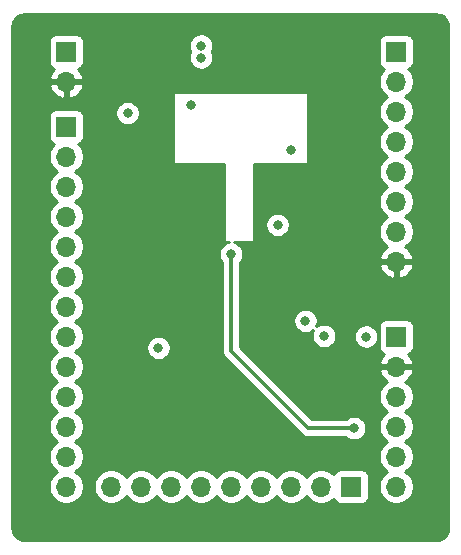
<source format=gbr>
G04 #@! TF.GenerationSoftware,KiCad,Pcbnew,(5.1.10-1-10_14)*
G04 #@! TF.CreationDate,2021-12-12T21:17:35+11:00*
G04 #@! TF.ProjectId,STM32L1_Breakout,53544d33-324c-4315-9f42-7265616b6f75,rev?*
G04 #@! TF.SameCoordinates,Original*
G04 #@! TF.FileFunction,Copper,L4,Bot*
G04 #@! TF.FilePolarity,Positive*
%FSLAX46Y46*%
G04 Gerber Fmt 4.6, Leading zero omitted, Abs format (unit mm)*
G04 Created by KiCad (PCBNEW (5.1.10-1-10_14)) date 2021-12-12 21:17:35*
%MOMM*%
%LPD*%
G01*
G04 APERTURE LIST*
G04 #@! TA.AperFunction,ComponentPad*
%ADD10O,1.700000X1.700000*%
G04 #@! TD*
G04 #@! TA.AperFunction,ComponentPad*
%ADD11R,1.700000X1.700000*%
G04 #@! TD*
G04 #@! TA.AperFunction,ViaPad*
%ADD12C,0.800000*%
G04 #@! TD*
G04 #@! TA.AperFunction,Conductor*
%ADD13C,0.300000*%
G04 #@! TD*
G04 #@! TA.AperFunction,Conductor*
%ADD14C,0.254000*%
G04 #@! TD*
G04 #@! TA.AperFunction,Conductor*
%ADD15C,0.100000*%
G04 #@! TD*
G04 APERTURE END LIST*
D10*
X105410000Y-66040000D03*
X105410000Y-63500000D03*
X105410000Y-60960000D03*
X105410000Y-58420000D03*
X105410000Y-55880000D03*
X105410000Y-53340000D03*
X105410000Y-50800000D03*
D11*
X105410000Y-48260000D03*
D10*
X105410000Y-85090000D03*
X105410000Y-82550000D03*
X105410000Y-80010000D03*
X105410000Y-77470000D03*
X105410000Y-74930000D03*
D11*
X105410000Y-72390000D03*
D10*
X77470000Y-85090000D03*
X77470000Y-82550000D03*
X77470000Y-80010000D03*
X77470000Y-77470000D03*
X77470000Y-74930000D03*
X77470000Y-72390000D03*
X77470000Y-69850000D03*
X77470000Y-67310000D03*
X77470000Y-64770000D03*
X77470000Y-62230000D03*
X77470000Y-59690000D03*
X77470000Y-57150000D03*
D11*
X77470000Y-54610000D03*
D10*
X81280000Y-85090000D03*
X83820000Y-85090000D03*
X86360000Y-85090000D03*
X88900000Y-85090000D03*
X91440000Y-85090000D03*
X93980000Y-85090000D03*
X96520000Y-85090000D03*
X99060000Y-85090000D03*
D11*
X101600000Y-85090000D03*
D10*
X77470000Y-50800000D03*
D11*
X77470000Y-48260000D03*
D12*
X91440000Y-65405000D03*
X94488000Y-74295000D03*
X95885000Y-75692000D03*
X99314000Y-72326500D03*
X97726500Y-71056500D03*
X85280500Y-73342500D03*
X95377000Y-62928500D03*
X88900000Y-47752000D03*
X88900000Y-48768000D03*
X82677000Y-53467000D03*
X102870000Y-72390000D03*
X89916000Y-65024000D03*
X84074000Y-72136000D03*
X98704400Y-62128400D03*
X98653600Y-61163200D03*
X88011000Y-52781200D03*
X96520000Y-56591200D03*
X80137000Y-50038000D03*
X80137000Y-51562000D03*
X81661000Y-59309000D03*
X81280000Y-57277000D03*
X98552000Y-81534000D03*
X102870000Y-74930000D03*
X100838000Y-52451000D03*
X104140000Y-68834000D03*
X106680000Y-68834000D03*
X84328000Y-75692000D03*
X87376000Y-75692000D03*
X84328000Y-78740000D03*
X101092000Y-77724000D03*
X98044000Y-77724000D03*
X101600000Y-70104000D03*
X93980000Y-58420000D03*
X89916000Y-58420000D03*
X92964000Y-48260000D03*
X92964000Y-50292000D03*
X96520000Y-50292000D03*
X96520000Y-48260000D03*
X84836000Y-50800000D03*
X89916000Y-67818000D03*
X82296000Y-82042000D03*
X100584000Y-48260000D03*
X78740000Y-87376000D03*
X103886000Y-87376000D03*
X100584000Y-46164500D03*
X96520000Y-46164500D03*
X92964000Y-46164500D03*
X75946000Y-87376000D03*
X106997500Y-87376000D03*
X101854000Y-80137000D03*
D13*
X91440000Y-73609200D02*
X97967800Y-80137000D01*
X97967800Y-80137000D02*
X101854000Y-80137000D01*
X91440000Y-65405000D02*
X91440000Y-73609200D01*
D14*
X109030872Y-45131978D02*
X109215435Y-45187701D01*
X109385660Y-45278212D01*
X109535061Y-45400060D01*
X109657953Y-45548611D01*
X109749650Y-45718202D01*
X109806660Y-45902372D01*
X109830000Y-46124439D01*
X109830001Y-88613711D01*
X109808022Y-88837873D01*
X109752300Y-89022434D01*
X109661788Y-89192661D01*
X109539942Y-89342059D01*
X109391388Y-89464953D01*
X109221800Y-89556649D01*
X109037632Y-89613659D01*
X108815560Y-89637000D01*
X73946279Y-89637000D01*
X73722127Y-89615022D01*
X73537566Y-89559300D01*
X73367339Y-89468788D01*
X73217941Y-89346942D01*
X73095047Y-89198388D01*
X73003351Y-89028800D01*
X72946341Y-88844632D01*
X72923000Y-88622560D01*
X72923000Y-53760000D01*
X75981928Y-53760000D01*
X75981928Y-55460000D01*
X75994188Y-55584482D01*
X76030498Y-55704180D01*
X76089463Y-55814494D01*
X76168815Y-55911185D01*
X76265506Y-55990537D01*
X76375820Y-56049502D01*
X76448380Y-56071513D01*
X76316525Y-56203368D01*
X76154010Y-56446589D01*
X76042068Y-56716842D01*
X75985000Y-57003740D01*
X75985000Y-57296260D01*
X76042068Y-57583158D01*
X76154010Y-57853411D01*
X76316525Y-58096632D01*
X76523368Y-58303475D01*
X76697760Y-58420000D01*
X76523368Y-58536525D01*
X76316525Y-58743368D01*
X76154010Y-58986589D01*
X76042068Y-59256842D01*
X75985000Y-59543740D01*
X75985000Y-59836260D01*
X76042068Y-60123158D01*
X76154010Y-60393411D01*
X76316525Y-60636632D01*
X76523368Y-60843475D01*
X76697760Y-60960000D01*
X76523368Y-61076525D01*
X76316525Y-61283368D01*
X76154010Y-61526589D01*
X76042068Y-61796842D01*
X75985000Y-62083740D01*
X75985000Y-62376260D01*
X76042068Y-62663158D01*
X76154010Y-62933411D01*
X76316525Y-63176632D01*
X76523368Y-63383475D01*
X76697760Y-63500000D01*
X76523368Y-63616525D01*
X76316525Y-63823368D01*
X76154010Y-64066589D01*
X76042068Y-64336842D01*
X75985000Y-64623740D01*
X75985000Y-64916260D01*
X76042068Y-65203158D01*
X76154010Y-65473411D01*
X76316525Y-65716632D01*
X76523368Y-65923475D01*
X76697760Y-66040000D01*
X76523368Y-66156525D01*
X76316525Y-66363368D01*
X76154010Y-66606589D01*
X76042068Y-66876842D01*
X75985000Y-67163740D01*
X75985000Y-67456260D01*
X76042068Y-67743158D01*
X76154010Y-68013411D01*
X76316525Y-68256632D01*
X76523368Y-68463475D01*
X76697760Y-68580000D01*
X76523368Y-68696525D01*
X76316525Y-68903368D01*
X76154010Y-69146589D01*
X76042068Y-69416842D01*
X75985000Y-69703740D01*
X75985000Y-69996260D01*
X76042068Y-70283158D01*
X76154010Y-70553411D01*
X76316525Y-70796632D01*
X76523368Y-71003475D01*
X76697760Y-71120000D01*
X76523368Y-71236525D01*
X76316525Y-71443368D01*
X76154010Y-71686589D01*
X76042068Y-71956842D01*
X75985000Y-72243740D01*
X75985000Y-72536260D01*
X76042068Y-72823158D01*
X76154010Y-73093411D01*
X76316525Y-73336632D01*
X76523368Y-73543475D01*
X76697760Y-73660000D01*
X76523368Y-73776525D01*
X76316525Y-73983368D01*
X76154010Y-74226589D01*
X76042068Y-74496842D01*
X75985000Y-74783740D01*
X75985000Y-75076260D01*
X76042068Y-75363158D01*
X76154010Y-75633411D01*
X76316525Y-75876632D01*
X76523368Y-76083475D01*
X76697760Y-76200000D01*
X76523368Y-76316525D01*
X76316525Y-76523368D01*
X76154010Y-76766589D01*
X76042068Y-77036842D01*
X75985000Y-77323740D01*
X75985000Y-77616260D01*
X76042068Y-77903158D01*
X76154010Y-78173411D01*
X76316525Y-78416632D01*
X76523368Y-78623475D01*
X76697760Y-78740000D01*
X76523368Y-78856525D01*
X76316525Y-79063368D01*
X76154010Y-79306589D01*
X76042068Y-79576842D01*
X75985000Y-79863740D01*
X75985000Y-80156260D01*
X76042068Y-80443158D01*
X76154010Y-80713411D01*
X76316525Y-80956632D01*
X76523368Y-81163475D01*
X76697760Y-81280000D01*
X76523368Y-81396525D01*
X76316525Y-81603368D01*
X76154010Y-81846589D01*
X76042068Y-82116842D01*
X75985000Y-82403740D01*
X75985000Y-82696260D01*
X76042068Y-82983158D01*
X76154010Y-83253411D01*
X76316525Y-83496632D01*
X76523368Y-83703475D01*
X76697760Y-83820000D01*
X76523368Y-83936525D01*
X76316525Y-84143368D01*
X76154010Y-84386589D01*
X76042068Y-84656842D01*
X75985000Y-84943740D01*
X75985000Y-85236260D01*
X76042068Y-85523158D01*
X76154010Y-85793411D01*
X76316525Y-86036632D01*
X76523368Y-86243475D01*
X76766589Y-86405990D01*
X77036842Y-86517932D01*
X77323740Y-86575000D01*
X77616260Y-86575000D01*
X77903158Y-86517932D01*
X78173411Y-86405990D01*
X78416632Y-86243475D01*
X78623475Y-86036632D01*
X78785990Y-85793411D01*
X78897932Y-85523158D01*
X78955000Y-85236260D01*
X78955000Y-84943740D01*
X79795000Y-84943740D01*
X79795000Y-85236260D01*
X79852068Y-85523158D01*
X79964010Y-85793411D01*
X80126525Y-86036632D01*
X80333368Y-86243475D01*
X80576589Y-86405990D01*
X80846842Y-86517932D01*
X81133740Y-86575000D01*
X81426260Y-86575000D01*
X81713158Y-86517932D01*
X81983411Y-86405990D01*
X82226632Y-86243475D01*
X82433475Y-86036632D01*
X82550000Y-85862240D01*
X82666525Y-86036632D01*
X82873368Y-86243475D01*
X83116589Y-86405990D01*
X83386842Y-86517932D01*
X83673740Y-86575000D01*
X83966260Y-86575000D01*
X84253158Y-86517932D01*
X84523411Y-86405990D01*
X84766632Y-86243475D01*
X84973475Y-86036632D01*
X85090000Y-85862240D01*
X85206525Y-86036632D01*
X85413368Y-86243475D01*
X85656589Y-86405990D01*
X85926842Y-86517932D01*
X86213740Y-86575000D01*
X86506260Y-86575000D01*
X86793158Y-86517932D01*
X87063411Y-86405990D01*
X87306632Y-86243475D01*
X87513475Y-86036632D01*
X87630000Y-85862240D01*
X87746525Y-86036632D01*
X87953368Y-86243475D01*
X88196589Y-86405990D01*
X88466842Y-86517932D01*
X88753740Y-86575000D01*
X89046260Y-86575000D01*
X89333158Y-86517932D01*
X89603411Y-86405990D01*
X89846632Y-86243475D01*
X90053475Y-86036632D01*
X90170000Y-85862240D01*
X90286525Y-86036632D01*
X90493368Y-86243475D01*
X90736589Y-86405990D01*
X91006842Y-86517932D01*
X91293740Y-86575000D01*
X91586260Y-86575000D01*
X91873158Y-86517932D01*
X92143411Y-86405990D01*
X92386632Y-86243475D01*
X92593475Y-86036632D01*
X92710000Y-85862240D01*
X92826525Y-86036632D01*
X93033368Y-86243475D01*
X93276589Y-86405990D01*
X93546842Y-86517932D01*
X93833740Y-86575000D01*
X94126260Y-86575000D01*
X94413158Y-86517932D01*
X94683411Y-86405990D01*
X94926632Y-86243475D01*
X95133475Y-86036632D01*
X95250000Y-85862240D01*
X95366525Y-86036632D01*
X95573368Y-86243475D01*
X95816589Y-86405990D01*
X96086842Y-86517932D01*
X96373740Y-86575000D01*
X96666260Y-86575000D01*
X96953158Y-86517932D01*
X97223411Y-86405990D01*
X97466632Y-86243475D01*
X97673475Y-86036632D01*
X97790000Y-85862240D01*
X97906525Y-86036632D01*
X98113368Y-86243475D01*
X98356589Y-86405990D01*
X98626842Y-86517932D01*
X98913740Y-86575000D01*
X99206260Y-86575000D01*
X99493158Y-86517932D01*
X99763411Y-86405990D01*
X100006632Y-86243475D01*
X100138487Y-86111620D01*
X100160498Y-86184180D01*
X100219463Y-86294494D01*
X100298815Y-86391185D01*
X100395506Y-86470537D01*
X100505820Y-86529502D01*
X100625518Y-86565812D01*
X100750000Y-86578072D01*
X102450000Y-86578072D01*
X102574482Y-86565812D01*
X102694180Y-86529502D01*
X102804494Y-86470537D01*
X102901185Y-86391185D01*
X102980537Y-86294494D01*
X103039502Y-86184180D01*
X103075812Y-86064482D01*
X103088072Y-85940000D01*
X103088072Y-84240000D01*
X103075812Y-84115518D01*
X103039502Y-83995820D01*
X102980537Y-83885506D01*
X102901185Y-83788815D01*
X102804494Y-83709463D01*
X102694180Y-83650498D01*
X102574482Y-83614188D01*
X102450000Y-83601928D01*
X100750000Y-83601928D01*
X100625518Y-83614188D01*
X100505820Y-83650498D01*
X100395506Y-83709463D01*
X100298815Y-83788815D01*
X100219463Y-83885506D01*
X100160498Y-83995820D01*
X100138487Y-84068380D01*
X100006632Y-83936525D01*
X99763411Y-83774010D01*
X99493158Y-83662068D01*
X99206260Y-83605000D01*
X98913740Y-83605000D01*
X98626842Y-83662068D01*
X98356589Y-83774010D01*
X98113368Y-83936525D01*
X97906525Y-84143368D01*
X97790000Y-84317760D01*
X97673475Y-84143368D01*
X97466632Y-83936525D01*
X97223411Y-83774010D01*
X96953158Y-83662068D01*
X96666260Y-83605000D01*
X96373740Y-83605000D01*
X96086842Y-83662068D01*
X95816589Y-83774010D01*
X95573368Y-83936525D01*
X95366525Y-84143368D01*
X95250000Y-84317760D01*
X95133475Y-84143368D01*
X94926632Y-83936525D01*
X94683411Y-83774010D01*
X94413158Y-83662068D01*
X94126260Y-83605000D01*
X93833740Y-83605000D01*
X93546842Y-83662068D01*
X93276589Y-83774010D01*
X93033368Y-83936525D01*
X92826525Y-84143368D01*
X92710000Y-84317760D01*
X92593475Y-84143368D01*
X92386632Y-83936525D01*
X92143411Y-83774010D01*
X91873158Y-83662068D01*
X91586260Y-83605000D01*
X91293740Y-83605000D01*
X91006842Y-83662068D01*
X90736589Y-83774010D01*
X90493368Y-83936525D01*
X90286525Y-84143368D01*
X90170000Y-84317760D01*
X90053475Y-84143368D01*
X89846632Y-83936525D01*
X89603411Y-83774010D01*
X89333158Y-83662068D01*
X89046260Y-83605000D01*
X88753740Y-83605000D01*
X88466842Y-83662068D01*
X88196589Y-83774010D01*
X87953368Y-83936525D01*
X87746525Y-84143368D01*
X87630000Y-84317760D01*
X87513475Y-84143368D01*
X87306632Y-83936525D01*
X87063411Y-83774010D01*
X86793158Y-83662068D01*
X86506260Y-83605000D01*
X86213740Y-83605000D01*
X85926842Y-83662068D01*
X85656589Y-83774010D01*
X85413368Y-83936525D01*
X85206525Y-84143368D01*
X85090000Y-84317760D01*
X84973475Y-84143368D01*
X84766632Y-83936525D01*
X84523411Y-83774010D01*
X84253158Y-83662068D01*
X83966260Y-83605000D01*
X83673740Y-83605000D01*
X83386842Y-83662068D01*
X83116589Y-83774010D01*
X82873368Y-83936525D01*
X82666525Y-84143368D01*
X82550000Y-84317760D01*
X82433475Y-84143368D01*
X82226632Y-83936525D01*
X81983411Y-83774010D01*
X81713158Y-83662068D01*
X81426260Y-83605000D01*
X81133740Y-83605000D01*
X80846842Y-83662068D01*
X80576589Y-83774010D01*
X80333368Y-83936525D01*
X80126525Y-84143368D01*
X79964010Y-84386589D01*
X79852068Y-84656842D01*
X79795000Y-84943740D01*
X78955000Y-84943740D01*
X78897932Y-84656842D01*
X78785990Y-84386589D01*
X78623475Y-84143368D01*
X78416632Y-83936525D01*
X78242240Y-83820000D01*
X78416632Y-83703475D01*
X78623475Y-83496632D01*
X78785990Y-83253411D01*
X78897932Y-82983158D01*
X78955000Y-82696260D01*
X78955000Y-82403740D01*
X78897932Y-82116842D01*
X78785990Y-81846589D01*
X78623475Y-81603368D01*
X78416632Y-81396525D01*
X78242240Y-81280000D01*
X78416632Y-81163475D01*
X78623475Y-80956632D01*
X78785990Y-80713411D01*
X78897932Y-80443158D01*
X78955000Y-80156260D01*
X78955000Y-79863740D01*
X78897932Y-79576842D01*
X78785990Y-79306589D01*
X78623475Y-79063368D01*
X78416632Y-78856525D01*
X78242240Y-78740000D01*
X78416632Y-78623475D01*
X78623475Y-78416632D01*
X78785990Y-78173411D01*
X78897932Y-77903158D01*
X78955000Y-77616260D01*
X78955000Y-77323740D01*
X78897932Y-77036842D01*
X78785990Y-76766589D01*
X78623475Y-76523368D01*
X78416632Y-76316525D01*
X78242240Y-76200000D01*
X78416632Y-76083475D01*
X78623475Y-75876632D01*
X78785990Y-75633411D01*
X78897932Y-75363158D01*
X78955000Y-75076260D01*
X78955000Y-74783740D01*
X78897932Y-74496842D01*
X78785990Y-74226589D01*
X78623475Y-73983368D01*
X78416632Y-73776525D01*
X78242240Y-73660000D01*
X78416632Y-73543475D01*
X78623475Y-73336632D01*
X78687667Y-73240561D01*
X84245500Y-73240561D01*
X84245500Y-73444439D01*
X84285274Y-73644398D01*
X84363295Y-73832756D01*
X84476563Y-74002274D01*
X84620726Y-74146437D01*
X84790244Y-74259705D01*
X84978602Y-74337726D01*
X85178561Y-74377500D01*
X85382439Y-74377500D01*
X85582398Y-74337726D01*
X85770756Y-74259705D01*
X85940274Y-74146437D01*
X86084437Y-74002274D01*
X86197705Y-73832756D01*
X86275726Y-73644398D01*
X86315500Y-73444439D01*
X86315500Y-73240561D01*
X86275726Y-73040602D01*
X86197705Y-72852244D01*
X86084437Y-72682726D01*
X85940274Y-72538563D01*
X85770756Y-72425295D01*
X85582398Y-72347274D01*
X85382439Y-72307500D01*
X85178561Y-72307500D01*
X84978602Y-72347274D01*
X84790244Y-72425295D01*
X84620726Y-72538563D01*
X84476563Y-72682726D01*
X84363295Y-72852244D01*
X84285274Y-73040602D01*
X84245500Y-73240561D01*
X78687667Y-73240561D01*
X78785990Y-73093411D01*
X78897932Y-72823158D01*
X78955000Y-72536260D01*
X78955000Y-72243740D01*
X78897932Y-71956842D01*
X78785990Y-71686589D01*
X78623475Y-71443368D01*
X78416632Y-71236525D01*
X78242240Y-71120000D01*
X78416632Y-71003475D01*
X78623475Y-70796632D01*
X78785990Y-70553411D01*
X78897932Y-70283158D01*
X78955000Y-69996260D01*
X78955000Y-69703740D01*
X78897932Y-69416842D01*
X78785990Y-69146589D01*
X78623475Y-68903368D01*
X78416632Y-68696525D01*
X78242240Y-68580000D01*
X78416632Y-68463475D01*
X78623475Y-68256632D01*
X78785990Y-68013411D01*
X78897932Y-67743158D01*
X78955000Y-67456260D01*
X78955000Y-67163740D01*
X78897932Y-66876842D01*
X78785990Y-66606589D01*
X78623475Y-66363368D01*
X78416632Y-66156525D01*
X78242240Y-66040000D01*
X78416632Y-65923475D01*
X78623475Y-65716632D01*
X78785990Y-65473411D01*
X78897932Y-65203158D01*
X78955000Y-64916260D01*
X78955000Y-64623740D01*
X78897932Y-64336842D01*
X78785990Y-64066589D01*
X78623475Y-63823368D01*
X78416632Y-63616525D01*
X78242240Y-63500000D01*
X78416632Y-63383475D01*
X78623475Y-63176632D01*
X78785990Y-62933411D01*
X78897932Y-62663158D01*
X78955000Y-62376260D01*
X78955000Y-62083740D01*
X78897932Y-61796842D01*
X78785990Y-61526589D01*
X78623475Y-61283368D01*
X78416632Y-61076525D01*
X78242240Y-60960000D01*
X78416632Y-60843475D01*
X78623475Y-60636632D01*
X78785990Y-60393411D01*
X78897932Y-60123158D01*
X78955000Y-59836260D01*
X78955000Y-59543740D01*
X78897932Y-59256842D01*
X78785990Y-58986589D01*
X78623475Y-58743368D01*
X78416632Y-58536525D01*
X78242240Y-58420000D01*
X78416632Y-58303475D01*
X78623475Y-58096632D01*
X78785990Y-57853411D01*
X78897932Y-57583158D01*
X78955000Y-57296260D01*
X78955000Y-57003740D01*
X78897932Y-56716842D01*
X78785990Y-56446589D01*
X78623475Y-56203368D01*
X78491620Y-56071513D01*
X78564180Y-56049502D01*
X78674494Y-55990537D01*
X78771185Y-55911185D01*
X78850537Y-55814494D01*
X78909502Y-55704180D01*
X78945812Y-55584482D01*
X78958072Y-55460000D01*
X78958072Y-53760000D01*
X78945812Y-53635518D01*
X78909502Y-53515820D01*
X78850537Y-53405506D01*
X78817345Y-53365061D01*
X81642000Y-53365061D01*
X81642000Y-53568939D01*
X81681774Y-53768898D01*
X81759795Y-53957256D01*
X81873063Y-54126774D01*
X82017226Y-54270937D01*
X82186744Y-54384205D01*
X82375102Y-54462226D01*
X82575061Y-54502000D01*
X82778939Y-54502000D01*
X82978898Y-54462226D01*
X83167256Y-54384205D01*
X83336774Y-54270937D01*
X83480937Y-54126774D01*
X83594205Y-53957256D01*
X83672226Y-53768898D01*
X83712000Y-53568939D01*
X83712000Y-53365061D01*
X83672226Y-53165102D01*
X83594205Y-52976744D01*
X83480937Y-52807226D01*
X83336774Y-52663063D01*
X83167256Y-52549795D01*
X82978898Y-52471774D01*
X82778939Y-52432000D01*
X82575061Y-52432000D01*
X82375102Y-52471774D01*
X82186744Y-52549795D01*
X82017226Y-52663063D01*
X81873063Y-52807226D01*
X81759795Y-52976744D01*
X81681774Y-53165102D01*
X81642000Y-53365061D01*
X78817345Y-53365061D01*
X78771185Y-53308815D01*
X78674494Y-53229463D01*
X78564180Y-53170498D01*
X78444482Y-53134188D01*
X78320000Y-53121928D01*
X76620000Y-53121928D01*
X76495518Y-53134188D01*
X76375820Y-53170498D01*
X76265506Y-53229463D01*
X76168815Y-53308815D01*
X76089463Y-53405506D01*
X76030498Y-53515820D01*
X75994188Y-53635518D01*
X75981928Y-53760000D01*
X72923000Y-53760000D01*
X72923000Y-51156890D01*
X76028524Y-51156890D01*
X76073175Y-51304099D01*
X76198359Y-51566920D01*
X76372412Y-51800269D01*
X76588645Y-51995178D01*
X76838748Y-52144157D01*
X77113109Y-52241481D01*
X77343000Y-52120814D01*
X77343000Y-50927000D01*
X77597000Y-50927000D01*
X77597000Y-52120814D01*
X77826891Y-52241481D01*
X78101252Y-52144157D01*
X78351355Y-51995178D01*
X78550135Y-51816000D01*
X86487000Y-51816000D01*
X86487000Y-57658000D01*
X86489440Y-57682776D01*
X86496667Y-57706601D01*
X86508403Y-57728557D01*
X86524197Y-57747803D01*
X86543443Y-57763597D01*
X86565399Y-57775333D01*
X86589224Y-57782560D01*
X86614000Y-57785000D01*
X90805000Y-57785000D01*
X90805000Y-64262000D01*
X90807440Y-64286776D01*
X90814667Y-64310601D01*
X90826403Y-64332557D01*
X90842197Y-64351803D01*
X90861443Y-64367597D01*
X90883399Y-64379333D01*
X90907224Y-64386560D01*
X90932000Y-64389000D01*
X91242541Y-64389000D01*
X91138102Y-64409774D01*
X90949744Y-64487795D01*
X90780226Y-64601063D01*
X90636063Y-64745226D01*
X90522795Y-64914744D01*
X90444774Y-65103102D01*
X90405000Y-65303061D01*
X90405000Y-65506939D01*
X90444774Y-65706898D01*
X90522795Y-65895256D01*
X90636063Y-66064774D01*
X90655000Y-66083711D01*
X90655001Y-73570637D01*
X90651203Y-73609200D01*
X90666359Y-73763086D01*
X90711246Y-73911059D01*
X90745177Y-73974540D01*
X90784139Y-74047433D01*
X90824690Y-74096844D01*
X90857655Y-74137012D01*
X90857659Y-74137016D01*
X90882237Y-74166964D01*
X90912185Y-74191542D01*
X97385458Y-80664816D01*
X97410036Y-80694764D01*
X97439984Y-80719342D01*
X97439987Y-80719345D01*
X97469359Y-80743450D01*
X97529567Y-80792862D01*
X97665940Y-80865754D01*
X97779472Y-80900194D01*
X97813912Y-80910641D01*
X97828290Y-80912057D01*
X97929239Y-80922000D01*
X97929246Y-80922000D01*
X97967799Y-80925797D01*
X98006352Y-80922000D01*
X101175289Y-80922000D01*
X101194226Y-80940937D01*
X101363744Y-81054205D01*
X101552102Y-81132226D01*
X101752061Y-81172000D01*
X101955939Y-81172000D01*
X102155898Y-81132226D01*
X102344256Y-81054205D01*
X102513774Y-80940937D01*
X102657937Y-80796774D01*
X102771205Y-80627256D01*
X102849226Y-80438898D01*
X102889000Y-80238939D01*
X102889000Y-80035061D01*
X102849226Y-79835102D01*
X102771205Y-79646744D01*
X102657937Y-79477226D01*
X102513774Y-79333063D01*
X102344256Y-79219795D01*
X102155898Y-79141774D01*
X101955939Y-79102000D01*
X101752061Y-79102000D01*
X101552102Y-79141774D01*
X101363744Y-79219795D01*
X101194226Y-79333063D01*
X101175289Y-79352000D01*
X98292958Y-79352000D01*
X96264698Y-77323740D01*
X103925000Y-77323740D01*
X103925000Y-77616260D01*
X103982068Y-77903158D01*
X104094010Y-78173411D01*
X104256525Y-78416632D01*
X104463368Y-78623475D01*
X104637760Y-78740000D01*
X104463368Y-78856525D01*
X104256525Y-79063368D01*
X104094010Y-79306589D01*
X103982068Y-79576842D01*
X103925000Y-79863740D01*
X103925000Y-80156260D01*
X103982068Y-80443158D01*
X104094010Y-80713411D01*
X104256525Y-80956632D01*
X104463368Y-81163475D01*
X104637760Y-81280000D01*
X104463368Y-81396525D01*
X104256525Y-81603368D01*
X104094010Y-81846589D01*
X103982068Y-82116842D01*
X103925000Y-82403740D01*
X103925000Y-82696260D01*
X103982068Y-82983158D01*
X104094010Y-83253411D01*
X104256525Y-83496632D01*
X104463368Y-83703475D01*
X104637760Y-83820000D01*
X104463368Y-83936525D01*
X104256525Y-84143368D01*
X104094010Y-84386589D01*
X103982068Y-84656842D01*
X103925000Y-84943740D01*
X103925000Y-85236260D01*
X103982068Y-85523158D01*
X104094010Y-85793411D01*
X104256525Y-86036632D01*
X104463368Y-86243475D01*
X104706589Y-86405990D01*
X104976842Y-86517932D01*
X105263740Y-86575000D01*
X105556260Y-86575000D01*
X105843158Y-86517932D01*
X106113411Y-86405990D01*
X106356632Y-86243475D01*
X106563475Y-86036632D01*
X106725990Y-85793411D01*
X106837932Y-85523158D01*
X106895000Y-85236260D01*
X106895000Y-84943740D01*
X106837932Y-84656842D01*
X106725990Y-84386589D01*
X106563475Y-84143368D01*
X106356632Y-83936525D01*
X106182240Y-83820000D01*
X106356632Y-83703475D01*
X106563475Y-83496632D01*
X106725990Y-83253411D01*
X106837932Y-82983158D01*
X106895000Y-82696260D01*
X106895000Y-82403740D01*
X106837932Y-82116842D01*
X106725990Y-81846589D01*
X106563475Y-81603368D01*
X106356632Y-81396525D01*
X106182240Y-81280000D01*
X106356632Y-81163475D01*
X106563475Y-80956632D01*
X106725990Y-80713411D01*
X106837932Y-80443158D01*
X106895000Y-80156260D01*
X106895000Y-79863740D01*
X106837932Y-79576842D01*
X106725990Y-79306589D01*
X106563475Y-79063368D01*
X106356632Y-78856525D01*
X106182240Y-78740000D01*
X106356632Y-78623475D01*
X106563475Y-78416632D01*
X106725990Y-78173411D01*
X106837932Y-77903158D01*
X106895000Y-77616260D01*
X106895000Y-77323740D01*
X106837932Y-77036842D01*
X106725990Y-76766589D01*
X106563475Y-76523368D01*
X106356632Y-76316525D01*
X106174466Y-76194805D01*
X106291355Y-76125178D01*
X106507588Y-75930269D01*
X106681641Y-75696920D01*
X106806825Y-75434099D01*
X106851476Y-75286890D01*
X106730155Y-75057000D01*
X105537000Y-75057000D01*
X105537000Y-75077000D01*
X105283000Y-75077000D01*
X105283000Y-75057000D01*
X104089845Y-75057000D01*
X103968524Y-75286890D01*
X104013175Y-75434099D01*
X104138359Y-75696920D01*
X104312412Y-75930269D01*
X104528645Y-76125178D01*
X104645534Y-76194805D01*
X104463368Y-76316525D01*
X104256525Y-76523368D01*
X104094010Y-76766589D01*
X103982068Y-77036842D01*
X103925000Y-77323740D01*
X96264698Y-77323740D01*
X92225000Y-73284043D01*
X92225000Y-70954561D01*
X96691500Y-70954561D01*
X96691500Y-71158439D01*
X96731274Y-71358398D01*
X96809295Y-71546756D01*
X96922563Y-71716274D01*
X97066726Y-71860437D01*
X97236244Y-71973705D01*
X97424602Y-72051726D01*
X97624561Y-72091500D01*
X97828439Y-72091500D01*
X98028398Y-72051726D01*
X98216756Y-71973705D01*
X98386274Y-71860437D01*
X98387127Y-71859584D01*
X98318774Y-72024602D01*
X98279000Y-72224561D01*
X98279000Y-72428439D01*
X98318774Y-72628398D01*
X98396795Y-72816756D01*
X98510063Y-72986274D01*
X98654226Y-73130437D01*
X98823744Y-73243705D01*
X99012102Y-73321726D01*
X99212061Y-73361500D01*
X99415939Y-73361500D01*
X99615898Y-73321726D01*
X99804256Y-73243705D01*
X99973774Y-73130437D01*
X100117937Y-72986274D01*
X100231205Y-72816756D01*
X100309226Y-72628398D01*
X100349000Y-72428439D01*
X100349000Y-72288061D01*
X101835000Y-72288061D01*
X101835000Y-72491939D01*
X101874774Y-72691898D01*
X101952795Y-72880256D01*
X102066063Y-73049774D01*
X102210226Y-73193937D01*
X102379744Y-73307205D01*
X102568102Y-73385226D01*
X102768061Y-73425000D01*
X102971939Y-73425000D01*
X103171898Y-73385226D01*
X103360256Y-73307205D01*
X103529774Y-73193937D01*
X103673937Y-73049774D01*
X103787205Y-72880256D01*
X103865226Y-72691898D01*
X103905000Y-72491939D01*
X103905000Y-72288061D01*
X103865226Y-72088102D01*
X103787205Y-71899744D01*
X103673937Y-71730226D01*
X103529774Y-71586063D01*
X103460836Y-71540000D01*
X103921928Y-71540000D01*
X103921928Y-73240000D01*
X103934188Y-73364482D01*
X103970498Y-73484180D01*
X104029463Y-73594494D01*
X104108815Y-73691185D01*
X104205506Y-73770537D01*
X104315820Y-73829502D01*
X104396466Y-73853966D01*
X104312412Y-73929731D01*
X104138359Y-74163080D01*
X104013175Y-74425901D01*
X103968524Y-74573110D01*
X104089845Y-74803000D01*
X105283000Y-74803000D01*
X105283000Y-74783000D01*
X105537000Y-74783000D01*
X105537000Y-74803000D01*
X106730155Y-74803000D01*
X106851476Y-74573110D01*
X106806825Y-74425901D01*
X106681641Y-74163080D01*
X106507588Y-73929731D01*
X106423534Y-73853966D01*
X106504180Y-73829502D01*
X106614494Y-73770537D01*
X106711185Y-73691185D01*
X106790537Y-73594494D01*
X106849502Y-73484180D01*
X106885812Y-73364482D01*
X106898072Y-73240000D01*
X106898072Y-71540000D01*
X106885812Y-71415518D01*
X106849502Y-71295820D01*
X106790537Y-71185506D01*
X106711185Y-71088815D01*
X106614494Y-71009463D01*
X106504180Y-70950498D01*
X106384482Y-70914188D01*
X106260000Y-70901928D01*
X104560000Y-70901928D01*
X104435518Y-70914188D01*
X104315820Y-70950498D01*
X104205506Y-71009463D01*
X104108815Y-71088815D01*
X104029463Y-71185506D01*
X103970498Y-71295820D01*
X103934188Y-71415518D01*
X103921928Y-71540000D01*
X103460836Y-71540000D01*
X103360256Y-71472795D01*
X103171898Y-71394774D01*
X102971939Y-71355000D01*
X102768061Y-71355000D01*
X102568102Y-71394774D01*
X102379744Y-71472795D01*
X102210226Y-71586063D01*
X102066063Y-71730226D01*
X101952795Y-71899744D01*
X101874774Y-72088102D01*
X101835000Y-72288061D01*
X100349000Y-72288061D01*
X100349000Y-72224561D01*
X100309226Y-72024602D01*
X100231205Y-71836244D01*
X100117937Y-71666726D01*
X99973774Y-71522563D01*
X99804256Y-71409295D01*
X99615898Y-71331274D01*
X99415939Y-71291500D01*
X99212061Y-71291500D01*
X99012102Y-71331274D01*
X98823744Y-71409295D01*
X98654226Y-71522563D01*
X98653373Y-71523416D01*
X98721726Y-71358398D01*
X98761500Y-71158439D01*
X98761500Y-70954561D01*
X98721726Y-70754602D01*
X98643705Y-70566244D01*
X98530437Y-70396726D01*
X98386274Y-70252563D01*
X98216756Y-70139295D01*
X98028398Y-70061274D01*
X97828439Y-70021500D01*
X97624561Y-70021500D01*
X97424602Y-70061274D01*
X97236244Y-70139295D01*
X97066726Y-70252563D01*
X96922563Y-70396726D01*
X96809295Y-70566244D01*
X96731274Y-70754602D01*
X96691500Y-70954561D01*
X92225000Y-70954561D01*
X92225000Y-66396890D01*
X103968524Y-66396890D01*
X104013175Y-66544099D01*
X104138359Y-66806920D01*
X104312412Y-67040269D01*
X104528645Y-67235178D01*
X104778748Y-67384157D01*
X105053109Y-67481481D01*
X105283000Y-67360814D01*
X105283000Y-66167000D01*
X105537000Y-66167000D01*
X105537000Y-67360814D01*
X105766891Y-67481481D01*
X106041252Y-67384157D01*
X106291355Y-67235178D01*
X106507588Y-67040269D01*
X106681641Y-66806920D01*
X106806825Y-66544099D01*
X106851476Y-66396890D01*
X106730155Y-66167000D01*
X105537000Y-66167000D01*
X105283000Y-66167000D01*
X104089845Y-66167000D01*
X103968524Y-66396890D01*
X92225000Y-66396890D01*
X92225000Y-66083711D01*
X92243937Y-66064774D01*
X92357205Y-65895256D01*
X92435226Y-65706898D01*
X92475000Y-65506939D01*
X92475000Y-65303061D01*
X92435226Y-65103102D01*
X92357205Y-64914744D01*
X92243937Y-64745226D01*
X92099774Y-64601063D01*
X91930256Y-64487795D01*
X91741898Y-64409774D01*
X91637459Y-64389000D01*
X93218000Y-64389000D01*
X93242776Y-64386560D01*
X93266601Y-64379333D01*
X93288557Y-64367597D01*
X93307803Y-64351803D01*
X93323597Y-64332557D01*
X93335333Y-64310601D01*
X93342560Y-64286776D01*
X93345000Y-64262000D01*
X93345000Y-62826561D01*
X94342000Y-62826561D01*
X94342000Y-63030439D01*
X94381774Y-63230398D01*
X94459795Y-63418756D01*
X94573063Y-63588274D01*
X94717226Y-63732437D01*
X94886744Y-63845705D01*
X95075102Y-63923726D01*
X95275061Y-63963500D01*
X95478939Y-63963500D01*
X95678898Y-63923726D01*
X95867256Y-63845705D01*
X96036774Y-63732437D01*
X96180937Y-63588274D01*
X96294205Y-63418756D01*
X96372226Y-63230398D01*
X96412000Y-63030439D01*
X96412000Y-62826561D01*
X96372226Y-62626602D01*
X96294205Y-62438244D01*
X96180937Y-62268726D01*
X96036774Y-62124563D01*
X95867256Y-62011295D01*
X95678898Y-61933274D01*
X95478939Y-61893500D01*
X95275061Y-61893500D01*
X95075102Y-61933274D01*
X94886744Y-62011295D01*
X94717226Y-62124563D01*
X94573063Y-62268726D01*
X94459795Y-62438244D01*
X94381774Y-62626602D01*
X94342000Y-62826561D01*
X93345000Y-62826561D01*
X93345000Y-57785000D01*
X97790000Y-57785000D01*
X97814776Y-57782560D01*
X97838601Y-57775333D01*
X97860557Y-57763597D01*
X97879803Y-57747803D01*
X97895597Y-57728557D01*
X97907333Y-57706601D01*
X97914560Y-57682776D01*
X97917000Y-57658000D01*
X97917000Y-51816000D01*
X97914560Y-51791224D01*
X97907333Y-51767399D01*
X97895597Y-51745443D01*
X97879803Y-51726197D01*
X97860557Y-51710403D01*
X97838601Y-51698667D01*
X97814776Y-51691440D01*
X97790000Y-51689000D01*
X86614000Y-51689000D01*
X86589224Y-51691440D01*
X86565399Y-51698667D01*
X86543443Y-51710403D01*
X86524197Y-51726197D01*
X86508403Y-51745443D01*
X86496667Y-51767399D01*
X86489440Y-51791224D01*
X86487000Y-51816000D01*
X78550135Y-51816000D01*
X78567588Y-51800269D01*
X78741641Y-51566920D01*
X78866825Y-51304099D01*
X78911476Y-51156890D01*
X78790155Y-50927000D01*
X77597000Y-50927000D01*
X77343000Y-50927000D01*
X76149845Y-50927000D01*
X76028524Y-51156890D01*
X72923000Y-51156890D01*
X72923000Y-47410000D01*
X75981928Y-47410000D01*
X75981928Y-49110000D01*
X75994188Y-49234482D01*
X76030498Y-49354180D01*
X76089463Y-49464494D01*
X76168815Y-49561185D01*
X76265506Y-49640537D01*
X76375820Y-49699502D01*
X76456466Y-49723966D01*
X76372412Y-49799731D01*
X76198359Y-50033080D01*
X76073175Y-50295901D01*
X76028524Y-50443110D01*
X76149845Y-50673000D01*
X77343000Y-50673000D01*
X77343000Y-50653000D01*
X77597000Y-50653000D01*
X77597000Y-50673000D01*
X78790155Y-50673000D01*
X78911476Y-50443110D01*
X78866825Y-50295901D01*
X78741641Y-50033080D01*
X78567588Y-49799731D01*
X78483534Y-49723966D01*
X78564180Y-49699502D01*
X78674494Y-49640537D01*
X78771185Y-49561185D01*
X78850537Y-49464494D01*
X78909502Y-49354180D01*
X78945812Y-49234482D01*
X78958072Y-49110000D01*
X78958072Y-47650061D01*
X87865000Y-47650061D01*
X87865000Y-47853939D01*
X87904774Y-48053898D01*
X87982795Y-48242256D01*
X87994651Y-48260000D01*
X87982795Y-48277744D01*
X87904774Y-48466102D01*
X87865000Y-48666061D01*
X87865000Y-48869939D01*
X87904774Y-49069898D01*
X87982795Y-49258256D01*
X88096063Y-49427774D01*
X88240226Y-49571937D01*
X88409744Y-49685205D01*
X88598102Y-49763226D01*
X88798061Y-49803000D01*
X89001939Y-49803000D01*
X89201898Y-49763226D01*
X89390256Y-49685205D01*
X89559774Y-49571937D01*
X89703937Y-49427774D01*
X89817205Y-49258256D01*
X89895226Y-49069898D01*
X89935000Y-48869939D01*
X89935000Y-48666061D01*
X89895226Y-48466102D01*
X89817205Y-48277744D01*
X89805349Y-48260000D01*
X89817205Y-48242256D01*
X89895226Y-48053898D01*
X89935000Y-47853939D01*
X89935000Y-47650061D01*
X89895226Y-47450102D01*
X89878616Y-47410000D01*
X103921928Y-47410000D01*
X103921928Y-49110000D01*
X103934188Y-49234482D01*
X103970498Y-49354180D01*
X104029463Y-49464494D01*
X104108815Y-49561185D01*
X104205506Y-49640537D01*
X104315820Y-49699502D01*
X104388380Y-49721513D01*
X104256525Y-49853368D01*
X104094010Y-50096589D01*
X103982068Y-50366842D01*
X103925000Y-50653740D01*
X103925000Y-50946260D01*
X103982068Y-51233158D01*
X104094010Y-51503411D01*
X104256525Y-51746632D01*
X104463368Y-51953475D01*
X104637760Y-52070000D01*
X104463368Y-52186525D01*
X104256525Y-52393368D01*
X104094010Y-52636589D01*
X103982068Y-52906842D01*
X103925000Y-53193740D01*
X103925000Y-53486260D01*
X103982068Y-53773158D01*
X104094010Y-54043411D01*
X104256525Y-54286632D01*
X104463368Y-54493475D01*
X104637760Y-54610000D01*
X104463368Y-54726525D01*
X104256525Y-54933368D01*
X104094010Y-55176589D01*
X103982068Y-55446842D01*
X103925000Y-55733740D01*
X103925000Y-56026260D01*
X103982068Y-56313158D01*
X104094010Y-56583411D01*
X104256525Y-56826632D01*
X104463368Y-57033475D01*
X104637760Y-57150000D01*
X104463368Y-57266525D01*
X104256525Y-57473368D01*
X104094010Y-57716589D01*
X103982068Y-57986842D01*
X103925000Y-58273740D01*
X103925000Y-58566260D01*
X103982068Y-58853158D01*
X104094010Y-59123411D01*
X104256525Y-59366632D01*
X104463368Y-59573475D01*
X104637760Y-59690000D01*
X104463368Y-59806525D01*
X104256525Y-60013368D01*
X104094010Y-60256589D01*
X103982068Y-60526842D01*
X103925000Y-60813740D01*
X103925000Y-61106260D01*
X103982068Y-61393158D01*
X104094010Y-61663411D01*
X104256525Y-61906632D01*
X104463368Y-62113475D01*
X104637760Y-62230000D01*
X104463368Y-62346525D01*
X104256525Y-62553368D01*
X104094010Y-62796589D01*
X103982068Y-63066842D01*
X103925000Y-63353740D01*
X103925000Y-63646260D01*
X103982068Y-63933158D01*
X104094010Y-64203411D01*
X104256525Y-64446632D01*
X104463368Y-64653475D01*
X104645534Y-64775195D01*
X104528645Y-64844822D01*
X104312412Y-65039731D01*
X104138359Y-65273080D01*
X104013175Y-65535901D01*
X103968524Y-65683110D01*
X104089845Y-65913000D01*
X105283000Y-65913000D01*
X105283000Y-65893000D01*
X105537000Y-65893000D01*
X105537000Y-65913000D01*
X106730155Y-65913000D01*
X106851476Y-65683110D01*
X106806825Y-65535901D01*
X106681641Y-65273080D01*
X106507588Y-65039731D01*
X106291355Y-64844822D01*
X106174466Y-64775195D01*
X106356632Y-64653475D01*
X106563475Y-64446632D01*
X106725990Y-64203411D01*
X106837932Y-63933158D01*
X106895000Y-63646260D01*
X106895000Y-63353740D01*
X106837932Y-63066842D01*
X106725990Y-62796589D01*
X106563475Y-62553368D01*
X106356632Y-62346525D01*
X106182240Y-62230000D01*
X106356632Y-62113475D01*
X106563475Y-61906632D01*
X106725990Y-61663411D01*
X106837932Y-61393158D01*
X106895000Y-61106260D01*
X106895000Y-60813740D01*
X106837932Y-60526842D01*
X106725990Y-60256589D01*
X106563475Y-60013368D01*
X106356632Y-59806525D01*
X106182240Y-59690000D01*
X106356632Y-59573475D01*
X106563475Y-59366632D01*
X106725990Y-59123411D01*
X106837932Y-58853158D01*
X106895000Y-58566260D01*
X106895000Y-58273740D01*
X106837932Y-57986842D01*
X106725990Y-57716589D01*
X106563475Y-57473368D01*
X106356632Y-57266525D01*
X106182240Y-57150000D01*
X106356632Y-57033475D01*
X106563475Y-56826632D01*
X106725990Y-56583411D01*
X106837932Y-56313158D01*
X106895000Y-56026260D01*
X106895000Y-55733740D01*
X106837932Y-55446842D01*
X106725990Y-55176589D01*
X106563475Y-54933368D01*
X106356632Y-54726525D01*
X106182240Y-54610000D01*
X106356632Y-54493475D01*
X106563475Y-54286632D01*
X106725990Y-54043411D01*
X106837932Y-53773158D01*
X106895000Y-53486260D01*
X106895000Y-53193740D01*
X106837932Y-52906842D01*
X106725990Y-52636589D01*
X106563475Y-52393368D01*
X106356632Y-52186525D01*
X106182240Y-52070000D01*
X106356632Y-51953475D01*
X106563475Y-51746632D01*
X106725990Y-51503411D01*
X106837932Y-51233158D01*
X106895000Y-50946260D01*
X106895000Y-50653740D01*
X106837932Y-50366842D01*
X106725990Y-50096589D01*
X106563475Y-49853368D01*
X106431620Y-49721513D01*
X106504180Y-49699502D01*
X106614494Y-49640537D01*
X106711185Y-49561185D01*
X106790537Y-49464494D01*
X106849502Y-49354180D01*
X106885812Y-49234482D01*
X106898072Y-49110000D01*
X106898072Y-47410000D01*
X106885812Y-47285518D01*
X106849502Y-47165820D01*
X106790537Y-47055506D01*
X106711185Y-46958815D01*
X106614494Y-46879463D01*
X106504180Y-46820498D01*
X106384482Y-46784188D01*
X106260000Y-46771928D01*
X104560000Y-46771928D01*
X104435518Y-46784188D01*
X104315820Y-46820498D01*
X104205506Y-46879463D01*
X104108815Y-46958815D01*
X104029463Y-47055506D01*
X103970498Y-47165820D01*
X103934188Y-47285518D01*
X103921928Y-47410000D01*
X89878616Y-47410000D01*
X89817205Y-47261744D01*
X89703937Y-47092226D01*
X89559774Y-46948063D01*
X89390256Y-46834795D01*
X89201898Y-46756774D01*
X89001939Y-46717000D01*
X88798061Y-46717000D01*
X88598102Y-46756774D01*
X88409744Y-46834795D01*
X88240226Y-46948063D01*
X88096063Y-47092226D01*
X87982795Y-47261744D01*
X87904774Y-47450102D01*
X87865000Y-47650061D01*
X78958072Y-47650061D01*
X78958072Y-47410000D01*
X78945812Y-47285518D01*
X78909502Y-47165820D01*
X78850537Y-47055506D01*
X78771185Y-46958815D01*
X78674494Y-46879463D01*
X78564180Y-46820498D01*
X78444482Y-46784188D01*
X78320000Y-46771928D01*
X76620000Y-46771928D01*
X76495518Y-46784188D01*
X76375820Y-46820498D01*
X76265506Y-46879463D01*
X76168815Y-46958815D01*
X76089463Y-47055506D01*
X76030498Y-47165820D01*
X75994188Y-47285518D01*
X75981928Y-47410000D01*
X72923000Y-47410000D01*
X72923000Y-46133279D01*
X72944978Y-45909128D01*
X73000701Y-45724565D01*
X73091212Y-45554340D01*
X73213060Y-45404939D01*
X73361611Y-45282047D01*
X73531202Y-45190350D01*
X73715372Y-45133340D01*
X73937439Y-45110000D01*
X108806721Y-45110000D01*
X109030872Y-45131978D01*
G04 #@! TA.AperFunction,Conductor*
D15*
G36*
X109030872Y-45131978D02*
G01*
X109215435Y-45187701D01*
X109385660Y-45278212D01*
X109535061Y-45400060D01*
X109657953Y-45548611D01*
X109749650Y-45718202D01*
X109806660Y-45902372D01*
X109830000Y-46124439D01*
X109830001Y-88613711D01*
X109808022Y-88837873D01*
X109752300Y-89022434D01*
X109661788Y-89192661D01*
X109539942Y-89342059D01*
X109391388Y-89464953D01*
X109221800Y-89556649D01*
X109037632Y-89613659D01*
X108815560Y-89637000D01*
X73946279Y-89637000D01*
X73722127Y-89615022D01*
X73537566Y-89559300D01*
X73367339Y-89468788D01*
X73217941Y-89346942D01*
X73095047Y-89198388D01*
X73003351Y-89028800D01*
X72946341Y-88844632D01*
X72923000Y-88622560D01*
X72923000Y-53760000D01*
X75981928Y-53760000D01*
X75981928Y-55460000D01*
X75994188Y-55584482D01*
X76030498Y-55704180D01*
X76089463Y-55814494D01*
X76168815Y-55911185D01*
X76265506Y-55990537D01*
X76375820Y-56049502D01*
X76448380Y-56071513D01*
X76316525Y-56203368D01*
X76154010Y-56446589D01*
X76042068Y-56716842D01*
X75985000Y-57003740D01*
X75985000Y-57296260D01*
X76042068Y-57583158D01*
X76154010Y-57853411D01*
X76316525Y-58096632D01*
X76523368Y-58303475D01*
X76697760Y-58420000D01*
X76523368Y-58536525D01*
X76316525Y-58743368D01*
X76154010Y-58986589D01*
X76042068Y-59256842D01*
X75985000Y-59543740D01*
X75985000Y-59836260D01*
X76042068Y-60123158D01*
X76154010Y-60393411D01*
X76316525Y-60636632D01*
X76523368Y-60843475D01*
X76697760Y-60960000D01*
X76523368Y-61076525D01*
X76316525Y-61283368D01*
X76154010Y-61526589D01*
X76042068Y-61796842D01*
X75985000Y-62083740D01*
X75985000Y-62376260D01*
X76042068Y-62663158D01*
X76154010Y-62933411D01*
X76316525Y-63176632D01*
X76523368Y-63383475D01*
X76697760Y-63500000D01*
X76523368Y-63616525D01*
X76316525Y-63823368D01*
X76154010Y-64066589D01*
X76042068Y-64336842D01*
X75985000Y-64623740D01*
X75985000Y-64916260D01*
X76042068Y-65203158D01*
X76154010Y-65473411D01*
X76316525Y-65716632D01*
X76523368Y-65923475D01*
X76697760Y-66040000D01*
X76523368Y-66156525D01*
X76316525Y-66363368D01*
X76154010Y-66606589D01*
X76042068Y-66876842D01*
X75985000Y-67163740D01*
X75985000Y-67456260D01*
X76042068Y-67743158D01*
X76154010Y-68013411D01*
X76316525Y-68256632D01*
X76523368Y-68463475D01*
X76697760Y-68580000D01*
X76523368Y-68696525D01*
X76316525Y-68903368D01*
X76154010Y-69146589D01*
X76042068Y-69416842D01*
X75985000Y-69703740D01*
X75985000Y-69996260D01*
X76042068Y-70283158D01*
X76154010Y-70553411D01*
X76316525Y-70796632D01*
X76523368Y-71003475D01*
X76697760Y-71120000D01*
X76523368Y-71236525D01*
X76316525Y-71443368D01*
X76154010Y-71686589D01*
X76042068Y-71956842D01*
X75985000Y-72243740D01*
X75985000Y-72536260D01*
X76042068Y-72823158D01*
X76154010Y-73093411D01*
X76316525Y-73336632D01*
X76523368Y-73543475D01*
X76697760Y-73660000D01*
X76523368Y-73776525D01*
X76316525Y-73983368D01*
X76154010Y-74226589D01*
X76042068Y-74496842D01*
X75985000Y-74783740D01*
X75985000Y-75076260D01*
X76042068Y-75363158D01*
X76154010Y-75633411D01*
X76316525Y-75876632D01*
X76523368Y-76083475D01*
X76697760Y-76200000D01*
X76523368Y-76316525D01*
X76316525Y-76523368D01*
X76154010Y-76766589D01*
X76042068Y-77036842D01*
X75985000Y-77323740D01*
X75985000Y-77616260D01*
X76042068Y-77903158D01*
X76154010Y-78173411D01*
X76316525Y-78416632D01*
X76523368Y-78623475D01*
X76697760Y-78740000D01*
X76523368Y-78856525D01*
X76316525Y-79063368D01*
X76154010Y-79306589D01*
X76042068Y-79576842D01*
X75985000Y-79863740D01*
X75985000Y-80156260D01*
X76042068Y-80443158D01*
X76154010Y-80713411D01*
X76316525Y-80956632D01*
X76523368Y-81163475D01*
X76697760Y-81280000D01*
X76523368Y-81396525D01*
X76316525Y-81603368D01*
X76154010Y-81846589D01*
X76042068Y-82116842D01*
X75985000Y-82403740D01*
X75985000Y-82696260D01*
X76042068Y-82983158D01*
X76154010Y-83253411D01*
X76316525Y-83496632D01*
X76523368Y-83703475D01*
X76697760Y-83820000D01*
X76523368Y-83936525D01*
X76316525Y-84143368D01*
X76154010Y-84386589D01*
X76042068Y-84656842D01*
X75985000Y-84943740D01*
X75985000Y-85236260D01*
X76042068Y-85523158D01*
X76154010Y-85793411D01*
X76316525Y-86036632D01*
X76523368Y-86243475D01*
X76766589Y-86405990D01*
X77036842Y-86517932D01*
X77323740Y-86575000D01*
X77616260Y-86575000D01*
X77903158Y-86517932D01*
X78173411Y-86405990D01*
X78416632Y-86243475D01*
X78623475Y-86036632D01*
X78785990Y-85793411D01*
X78897932Y-85523158D01*
X78955000Y-85236260D01*
X78955000Y-84943740D01*
X79795000Y-84943740D01*
X79795000Y-85236260D01*
X79852068Y-85523158D01*
X79964010Y-85793411D01*
X80126525Y-86036632D01*
X80333368Y-86243475D01*
X80576589Y-86405990D01*
X80846842Y-86517932D01*
X81133740Y-86575000D01*
X81426260Y-86575000D01*
X81713158Y-86517932D01*
X81983411Y-86405990D01*
X82226632Y-86243475D01*
X82433475Y-86036632D01*
X82550000Y-85862240D01*
X82666525Y-86036632D01*
X82873368Y-86243475D01*
X83116589Y-86405990D01*
X83386842Y-86517932D01*
X83673740Y-86575000D01*
X83966260Y-86575000D01*
X84253158Y-86517932D01*
X84523411Y-86405990D01*
X84766632Y-86243475D01*
X84973475Y-86036632D01*
X85090000Y-85862240D01*
X85206525Y-86036632D01*
X85413368Y-86243475D01*
X85656589Y-86405990D01*
X85926842Y-86517932D01*
X86213740Y-86575000D01*
X86506260Y-86575000D01*
X86793158Y-86517932D01*
X87063411Y-86405990D01*
X87306632Y-86243475D01*
X87513475Y-86036632D01*
X87630000Y-85862240D01*
X87746525Y-86036632D01*
X87953368Y-86243475D01*
X88196589Y-86405990D01*
X88466842Y-86517932D01*
X88753740Y-86575000D01*
X89046260Y-86575000D01*
X89333158Y-86517932D01*
X89603411Y-86405990D01*
X89846632Y-86243475D01*
X90053475Y-86036632D01*
X90170000Y-85862240D01*
X90286525Y-86036632D01*
X90493368Y-86243475D01*
X90736589Y-86405990D01*
X91006842Y-86517932D01*
X91293740Y-86575000D01*
X91586260Y-86575000D01*
X91873158Y-86517932D01*
X92143411Y-86405990D01*
X92386632Y-86243475D01*
X92593475Y-86036632D01*
X92710000Y-85862240D01*
X92826525Y-86036632D01*
X93033368Y-86243475D01*
X93276589Y-86405990D01*
X93546842Y-86517932D01*
X93833740Y-86575000D01*
X94126260Y-86575000D01*
X94413158Y-86517932D01*
X94683411Y-86405990D01*
X94926632Y-86243475D01*
X95133475Y-86036632D01*
X95250000Y-85862240D01*
X95366525Y-86036632D01*
X95573368Y-86243475D01*
X95816589Y-86405990D01*
X96086842Y-86517932D01*
X96373740Y-86575000D01*
X96666260Y-86575000D01*
X96953158Y-86517932D01*
X97223411Y-86405990D01*
X97466632Y-86243475D01*
X97673475Y-86036632D01*
X97790000Y-85862240D01*
X97906525Y-86036632D01*
X98113368Y-86243475D01*
X98356589Y-86405990D01*
X98626842Y-86517932D01*
X98913740Y-86575000D01*
X99206260Y-86575000D01*
X99493158Y-86517932D01*
X99763411Y-86405990D01*
X100006632Y-86243475D01*
X100138487Y-86111620D01*
X100160498Y-86184180D01*
X100219463Y-86294494D01*
X100298815Y-86391185D01*
X100395506Y-86470537D01*
X100505820Y-86529502D01*
X100625518Y-86565812D01*
X100750000Y-86578072D01*
X102450000Y-86578072D01*
X102574482Y-86565812D01*
X102694180Y-86529502D01*
X102804494Y-86470537D01*
X102901185Y-86391185D01*
X102980537Y-86294494D01*
X103039502Y-86184180D01*
X103075812Y-86064482D01*
X103088072Y-85940000D01*
X103088072Y-84240000D01*
X103075812Y-84115518D01*
X103039502Y-83995820D01*
X102980537Y-83885506D01*
X102901185Y-83788815D01*
X102804494Y-83709463D01*
X102694180Y-83650498D01*
X102574482Y-83614188D01*
X102450000Y-83601928D01*
X100750000Y-83601928D01*
X100625518Y-83614188D01*
X100505820Y-83650498D01*
X100395506Y-83709463D01*
X100298815Y-83788815D01*
X100219463Y-83885506D01*
X100160498Y-83995820D01*
X100138487Y-84068380D01*
X100006632Y-83936525D01*
X99763411Y-83774010D01*
X99493158Y-83662068D01*
X99206260Y-83605000D01*
X98913740Y-83605000D01*
X98626842Y-83662068D01*
X98356589Y-83774010D01*
X98113368Y-83936525D01*
X97906525Y-84143368D01*
X97790000Y-84317760D01*
X97673475Y-84143368D01*
X97466632Y-83936525D01*
X97223411Y-83774010D01*
X96953158Y-83662068D01*
X96666260Y-83605000D01*
X96373740Y-83605000D01*
X96086842Y-83662068D01*
X95816589Y-83774010D01*
X95573368Y-83936525D01*
X95366525Y-84143368D01*
X95250000Y-84317760D01*
X95133475Y-84143368D01*
X94926632Y-83936525D01*
X94683411Y-83774010D01*
X94413158Y-83662068D01*
X94126260Y-83605000D01*
X93833740Y-83605000D01*
X93546842Y-83662068D01*
X93276589Y-83774010D01*
X93033368Y-83936525D01*
X92826525Y-84143368D01*
X92710000Y-84317760D01*
X92593475Y-84143368D01*
X92386632Y-83936525D01*
X92143411Y-83774010D01*
X91873158Y-83662068D01*
X91586260Y-83605000D01*
X91293740Y-83605000D01*
X91006842Y-83662068D01*
X90736589Y-83774010D01*
X90493368Y-83936525D01*
X90286525Y-84143368D01*
X90170000Y-84317760D01*
X90053475Y-84143368D01*
X89846632Y-83936525D01*
X89603411Y-83774010D01*
X89333158Y-83662068D01*
X89046260Y-83605000D01*
X88753740Y-83605000D01*
X88466842Y-83662068D01*
X88196589Y-83774010D01*
X87953368Y-83936525D01*
X87746525Y-84143368D01*
X87630000Y-84317760D01*
X87513475Y-84143368D01*
X87306632Y-83936525D01*
X87063411Y-83774010D01*
X86793158Y-83662068D01*
X86506260Y-83605000D01*
X86213740Y-83605000D01*
X85926842Y-83662068D01*
X85656589Y-83774010D01*
X85413368Y-83936525D01*
X85206525Y-84143368D01*
X85090000Y-84317760D01*
X84973475Y-84143368D01*
X84766632Y-83936525D01*
X84523411Y-83774010D01*
X84253158Y-83662068D01*
X83966260Y-83605000D01*
X83673740Y-83605000D01*
X83386842Y-83662068D01*
X83116589Y-83774010D01*
X82873368Y-83936525D01*
X82666525Y-84143368D01*
X82550000Y-84317760D01*
X82433475Y-84143368D01*
X82226632Y-83936525D01*
X81983411Y-83774010D01*
X81713158Y-83662068D01*
X81426260Y-83605000D01*
X81133740Y-83605000D01*
X80846842Y-83662068D01*
X80576589Y-83774010D01*
X80333368Y-83936525D01*
X80126525Y-84143368D01*
X79964010Y-84386589D01*
X79852068Y-84656842D01*
X79795000Y-84943740D01*
X78955000Y-84943740D01*
X78897932Y-84656842D01*
X78785990Y-84386589D01*
X78623475Y-84143368D01*
X78416632Y-83936525D01*
X78242240Y-83820000D01*
X78416632Y-83703475D01*
X78623475Y-83496632D01*
X78785990Y-83253411D01*
X78897932Y-82983158D01*
X78955000Y-82696260D01*
X78955000Y-82403740D01*
X78897932Y-82116842D01*
X78785990Y-81846589D01*
X78623475Y-81603368D01*
X78416632Y-81396525D01*
X78242240Y-81280000D01*
X78416632Y-81163475D01*
X78623475Y-80956632D01*
X78785990Y-80713411D01*
X78897932Y-80443158D01*
X78955000Y-80156260D01*
X78955000Y-79863740D01*
X78897932Y-79576842D01*
X78785990Y-79306589D01*
X78623475Y-79063368D01*
X78416632Y-78856525D01*
X78242240Y-78740000D01*
X78416632Y-78623475D01*
X78623475Y-78416632D01*
X78785990Y-78173411D01*
X78897932Y-77903158D01*
X78955000Y-77616260D01*
X78955000Y-77323740D01*
X78897932Y-77036842D01*
X78785990Y-76766589D01*
X78623475Y-76523368D01*
X78416632Y-76316525D01*
X78242240Y-76200000D01*
X78416632Y-76083475D01*
X78623475Y-75876632D01*
X78785990Y-75633411D01*
X78897932Y-75363158D01*
X78955000Y-75076260D01*
X78955000Y-74783740D01*
X78897932Y-74496842D01*
X78785990Y-74226589D01*
X78623475Y-73983368D01*
X78416632Y-73776525D01*
X78242240Y-73660000D01*
X78416632Y-73543475D01*
X78623475Y-73336632D01*
X78687667Y-73240561D01*
X84245500Y-73240561D01*
X84245500Y-73444439D01*
X84285274Y-73644398D01*
X84363295Y-73832756D01*
X84476563Y-74002274D01*
X84620726Y-74146437D01*
X84790244Y-74259705D01*
X84978602Y-74337726D01*
X85178561Y-74377500D01*
X85382439Y-74377500D01*
X85582398Y-74337726D01*
X85770756Y-74259705D01*
X85940274Y-74146437D01*
X86084437Y-74002274D01*
X86197705Y-73832756D01*
X86275726Y-73644398D01*
X86315500Y-73444439D01*
X86315500Y-73240561D01*
X86275726Y-73040602D01*
X86197705Y-72852244D01*
X86084437Y-72682726D01*
X85940274Y-72538563D01*
X85770756Y-72425295D01*
X85582398Y-72347274D01*
X85382439Y-72307500D01*
X85178561Y-72307500D01*
X84978602Y-72347274D01*
X84790244Y-72425295D01*
X84620726Y-72538563D01*
X84476563Y-72682726D01*
X84363295Y-72852244D01*
X84285274Y-73040602D01*
X84245500Y-73240561D01*
X78687667Y-73240561D01*
X78785990Y-73093411D01*
X78897932Y-72823158D01*
X78955000Y-72536260D01*
X78955000Y-72243740D01*
X78897932Y-71956842D01*
X78785990Y-71686589D01*
X78623475Y-71443368D01*
X78416632Y-71236525D01*
X78242240Y-71120000D01*
X78416632Y-71003475D01*
X78623475Y-70796632D01*
X78785990Y-70553411D01*
X78897932Y-70283158D01*
X78955000Y-69996260D01*
X78955000Y-69703740D01*
X78897932Y-69416842D01*
X78785990Y-69146589D01*
X78623475Y-68903368D01*
X78416632Y-68696525D01*
X78242240Y-68580000D01*
X78416632Y-68463475D01*
X78623475Y-68256632D01*
X78785990Y-68013411D01*
X78897932Y-67743158D01*
X78955000Y-67456260D01*
X78955000Y-67163740D01*
X78897932Y-66876842D01*
X78785990Y-66606589D01*
X78623475Y-66363368D01*
X78416632Y-66156525D01*
X78242240Y-66040000D01*
X78416632Y-65923475D01*
X78623475Y-65716632D01*
X78785990Y-65473411D01*
X78897932Y-65203158D01*
X78955000Y-64916260D01*
X78955000Y-64623740D01*
X78897932Y-64336842D01*
X78785990Y-64066589D01*
X78623475Y-63823368D01*
X78416632Y-63616525D01*
X78242240Y-63500000D01*
X78416632Y-63383475D01*
X78623475Y-63176632D01*
X78785990Y-62933411D01*
X78897932Y-62663158D01*
X78955000Y-62376260D01*
X78955000Y-62083740D01*
X78897932Y-61796842D01*
X78785990Y-61526589D01*
X78623475Y-61283368D01*
X78416632Y-61076525D01*
X78242240Y-60960000D01*
X78416632Y-60843475D01*
X78623475Y-60636632D01*
X78785990Y-60393411D01*
X78897932Y-60123158D01*
X78955000Y-59836260D01*
X78955000Y-59543740D01*
X78897932Y-59256842D01*
X78785990Y-58986589D01*
X78623475Y-58743368D01*
X78416632Y-58536525D01*
X78242240Y-58420000D01*
X78416632Y-58303475D01*
X78623475Y-58096632D01*
X78785990Y-57853411D01*
X78897932Y-57583158D01*
X78955000Y-57296260D01*
X78955000Y-57003740D01*
X78897932Y-56716842D01*
X78785990Y-56446589D01*
X78623475Y-56203368D01*
X78491620Y-56071513D01*
X78564180Y-56049502D01*
X78674494Y-55990537D01*
X78771185Y-55911185D01*
X78850537Y-55814494D01*
X78909502Y-55704180D01*
X78945812Y-55584482D01*
X78958072Y-55460000D01*
X78958072Y-53760000D01*
X78945812Y-53635518D01*
X78909502Y-53515820D01*
X78850537Y-53405506D01*
X78817345Y-53365061D01*
X81642000Y-53365061D01*
X81642000Y-53568939D01*
X81681774Y-53768898D01*
X81759795Y-53957256D01*
X81873063Y-54126774D01*
X82017226Y-54270937D01*
X82186744Y-54384205D01*
X82375102Y-54462226D01*
X82575061Y-54502000D01*
X82778939Y-54502000D01*
X82978898Y-54462226D01*
X83167256Y-54384205D01*
X83336774Y-54270937D01*
X83480937Y-54126774D01*
X83594205Y-53957256D01*
X83672226Y-53768898D01*
X83712000Y-53568939D01*
X83712000Y-53365061D01*
X83672226Y-53165102D01*
X83594205Y-52976744D01*
X83480937Y-52807226D01*
X83336774Y-52663063D01*
X83167256Y-52549795D01*
X82978898Y-52471774D01*
X82778939Y-52432000D01*
X82575061Y-52432000D01*
X82375102Y-52471774D01*
X82186744Y-52549795D01*
X82017226Y-52663063D01*
X81873063Y-52807226D01*
X81759795Y-52976744D01*
X81681774Y-53165102D01*
X81642000Y-53365061D01*
X78817345Y-53365061D01*
X78771185Y-53308815D01*
X78674494Y-53229463D01*
X78564180Y-53170498D01*
X78444482Y-53134188D01*
X78320000Y-53121928D01*
X76620000Y-53121928D01*
X76495518Y-53134188D01*
X76375820Y-53170498D01*
X76265506Y-53229463D01*
X76168815Y-53308815D01*
X76089463Y-53405506D01*
X76030498Y-53515820D01*
X75994188Y-53635518D01*
X75981928Y-53760000D01*
X72923000Y-53760000D01*
X72923000Y-51156890D01*
X76028524Y-51156890D01*
X76073175Y-51304099D01*
X76198359Y-51566920D01*
X76372412Y-51800269D01*
X76588645Y-51995178D01*
X76838748Y-52144157D01*
X77113109Y-52241481D01*
X77343000Y-52120814D01*
X77343000Y-50927000D01*
X77597000Y-50927000D01*
X77597000Y-52120814D01*
X77826891Y-52241481D01*
X78101252Y-52144157D01*
X78351355Y-51995178D01*
X78550135Y-51816000D01*
X86487000Y-51816000D01*
X86487000Y-57658000D01*
X86489440Y-57682776D01*
X86496667Y-57706601D01*
X86508403Y-57728557D01*
X86524197Y-57747803D01*
X86543443Y-57763597D01*
X86565399Y-57775333D01*
X86589224Y-57782560D01*
X86614000Y-57785000D01*
X90805000Y-57785000D01*
X90805000Y-64262000D01*
X90807440Y-64286776D01*
X90814667Y-64310601D01*
X90826403Y-64332557D01*
X90842197Y-64351803D01*
X90861443Y-64367597D01*
X90883399Y-64379333D01*
X90907224Y-64386560D01*
X90932000Y-64389000D01*
X91242541Y-64389000D01*
X91138102Y-64409774D01*
X90949744Y-64487795D01*
X90780226Y-64601063D01*
X90636063Y-64745226D01*
X90522795Y-64914744D01*
X90444774Y-65103102D01*
X90405000Y-65303061D01*
X90405000Y-65506939D01*
X90444774Y-65706898D01*
X90522795Y-65895256D01*
X90636063Y-66064774D01*
X90655000Y-66083711D01*
X90655001Y-73570637D01*
X90651203Y-73609200D01*
X90666359Y-73763086D01*
X90711246Y-73911059D01*
X90745177Y-73974540D01*
X90784139Y-74047433D01*
X90824690Y-74096844D01*
X90857655Y-74137012D01*
X90857659Y-74137016D01*
X90882237Y-74166964D01*
X90912185Y-74191542D01*
X97385458Y-80664816D01*
X97410036Y-80694764D01*
X97439984Y-80719342D01*
X97439987Y-80719345D01*
X97469359Y-80743450D01*
X97529567Y-80792862D01*
X97665940Y-80865754D01*
X97779472Y-80900194D01*
X97813912Y-80910641D01*
X97828290Y-80912057D01*
X97929239Y-80922000D01*
X97929246Y-80922000D01*
X97967799Y-80925797D01*
X98006352Y-80922000D01*
X101175289Y-80922000D01*
X101194226Y-80940937D01*
X101363744Y-81054205D01*
X101552102Y-81132226D01*
X101752061Y-81172000D01*
X101955939Y-81172000D01*
X102155898Y-81132226D01*
X102344256Y-81054205D01*
X102513774Y-80940937D01*
X102657937Y-80796774D01*
X102771205Y-80627256D01*
X102849226Y-80438898D01*
X102889000Y-80238939D01*
X102889000Y-80035061D01*
X102849226Y-79835102D01*
X102771205Y-79646744D01*
X102657937Y-79477226D01*
X102513774Y-79333063D01*
X102344256Y-79219795D01*
X102155898Y-79141774D01*
X101955939Y-79102000D01*
X101752061Y-79102000D01*
X101552102Y-79141774D01*
X101363744Y-79219795D01*
X101194226Y-79333063D01*
X101175289Y-79352000D01*
X98292958Y-79352000D01*
X96264698Y-77323740D01*
X103925000Y-77323740D01*
X103925000Y-77616260D01*
X103982068Y-77903158D01*
X104094010Y-78173411D01*
X104256525Y-78416632D01*
X104463368Y-78623475D01*
X104637760Y-78740000D01*
X104463368Y-78856525D01*
X104256525Y-79063368D01*
X104094010Y-79306589D01*
X103982068Y-79576842D01*
X103925000Y-79863740D01*
X103925000Y-80156260D01*
X103982068Y-80443158D01*
X104094010Y-80713411D01*
X104256525Y-80956632D01*
X104463368Y-81163475D01*
X104637760Y-81280000D01*
X104463368Y-81396525D01*
X104256525Y-81603368D01*
X104094010Y-81846589D01*
X103982068Y-82116842D01*
X103925000Y-82403740D01*
X103925000Y-82696260D01*
X103982068Y-82983158D01*
X104094010Y-83253411D01*
X104256525Y-83496632D01*
X104463368Y-83703475D01*
X104637760Y-83820000D01*
X104463368Y-83936525D01*
X104256525Y-84143368D01*
X104094010Y-84386589D01*
X103982068Y-84656842D01*
X103925000Y-84943740D01*
X103925000Y-85236260D01*
X103982068Y-85523158D01*
X104094010Y-85793411D01*
X104256525Y-86036632D01*
X104463368Y-86243475D01*
X104706589Y-86405990D01*
X104976842Y-86517932D01*
X105263740Y-86575000D01*
X105556260Y-86575000D01*
X105843158Y-86517932D01*
X106113411Y-86405990D01*
X106356632Y-86243475D01*
X106563475Y-86036632D01*
X106725990Y-85793411D01*
X106837932Y-85523158D01*
X106895000Y-85236260D01*
X106895000Y-84943740D01*
X106837932Y-84656842D01*
X106725990Y-84386589D01*
X106563475Y-84143368D01*
X106356632Y-83936525D01*
X106182240Y-83820000D01*
X106356632Y-83703475D01*
X106563475Y-83496632D01*
X106725990Y-83253411D01*
X106837932Y-82983158D01*
X106895000Y-82696260D01*
X106895000Y-82403740D01*
X106837932Y-82116842D01*
X106725990Y-81846589D01*
X106563475Y-81603368D01*
X106356632Y-81396525D01*
X106182240Y-81280000D01*
X106356632Y-81163475D01*
X106563475Y-80956632D01*
X106725990Y-80713411D01*
X106837932Y-80443158D01*
X106895000Y-80156260D01*
X106895000Y-79863740D01*
X106837932Y-79576842D01*
X106725990Y-79306589D01*
X106563475Y-79063368D01*
X106356632Y-78856525D01*
X106182240Y-78740000D01*
X106356632Y-78623475D01*
X106563475Y-78416632D01*
X106725990Y-78173411D01*
X106837932Y-77903158D01*
X106895000Y-77616260D01*
X106895000Y-77323740D01*
X106837932Y-77036842D01*
X106725990Y-76766589D01*
X106563475Y-76523368D01*
X106356632Y-76316525D01*
X106174466Y-76194805D01*
X106291355Y-76125178D01*
X106507588Y-75930269D01*
X106681641Y-75696920D01*
X106806825Y-75434099D01*
X106851476Y-75286890D01*
X106730155Y-75057000D01*
X105537000Y-75057000D01*
X105537000Y-75077000D01*
X105283000Y-75077000D01*
X105283000Y-75057000D01*
X104089845Y-75057000D01*
X103968524Y-75286890D01*
X104013175Y-75434099D01*
X104138359Y-75696920D01*
X104312412Y-75930269D01*
X104528645Y-76125178D01*
X104645534Y-76194805D01*
X104463368Y-76316525D01*
X104256525Y-76523368D01*
X104094010Y-76766589D01*
X103982068Y-77036842D01*
X103925000Y-77323740D01*
X96264698Y-77323740D01*
X92225000Y-73284043D01*
X92225000Y-70954561D01*
X96691500Y-70954561D01*
X96691500Y-71158439D01*
X96731274Y-71358398D01*
X96809295Y-71546756D01*
X96922563Y-71716274D01*
X97066726Y-71860437D01*
X97236244Y-71973705D01*
X97424602Y-72051726D01*
X97624561Y-72091500D01*
X97828439Y-72091500D01*
X98028398Y-72051726D01*
X98216756Y-71973705D01*
X98386274Y-71860437D01*
X98387127Y-71859584D01*
X98318774Y-72024602D01*
X98279000Y-72224561D01*
X98279000Y-72428439D01*
X98318774Y-72628398D01*
X98396795Y-72816756D01*
X98510063Y-72986274D01*
X98654226Y-73130437D01*
X98823744Y-73243705D01*
X99012102Y-73321726D01*
X99212061Y-73361500D01*
X99415939Y-73361500D01*
X99615898Y-73321726D01*
X99804256Y-73243705D01*
X99973774Y-73130437D01*
X100117937Y-72986274D01*
X100231205Y-72816756D01*
X100309226Y-72628398D01*
X100349000Y-72428439D01*
X100349000Y-72288061D01*
X101835000Y-72288061D01*
X101835000Y-72491939D01*
X101874774Y-72691898D01*
X101952795Y-72880256D01*
X102066063Y-73049774D01*
X102210226Y-73193937D01*
X102379744Y-73307205D01*
X102568102Y-73385226D01*
X102768061Y-73425000D01*
X102971939Y-73425000D01*
X103171898Y-73385226D01*
X103360256Y-73307205D01*
X103529774Y-73193937D01*
X103673937Y-73049774D01*
X103787205Y-72880256D01*
X103865226Y-72691898D01*
X103905000Y-72491939D01*
X103905000Y-72288061D01*
X103865226Y-72088102D01*
X103787205Y-71899744D01*
X103673937Y-71730226D01*
X103529774Y-71586063D01*
X103460836Y-71540000D01*
X103921928Y-71540000D01*
X103921928Y-73240000D01*
X103934188Y-73364482D01*
X103970498Y-73484180D01*
X104029463Y-73594494D01*
X104108815Y-73691185D01*
X104205506Y-73770537D01*
X104315820Y-73829502D01*
X104396466Y-73853966D01*
X104312412Y-73929731D01*
X104138359Y-74163080D01*
X104013175Y-74425901D01*
X103968524Y-74573110D01*
X104089845Y-74803000D01*
X105283000Y-74803000D01*
X105283000Y-74783000D01*
X105537000Y-74783000D01*
X105537000Y-74803000D01*
X106730155Y-74803000D01*
X106851476Y-74573110D01*
X106806825Y-74425901D01*
X106681641Y-74163080D01*
X106507588Y-73929731D01*
X106423534Y-73853966D01*
X106504180Y-73829502D01*
X106614494Y-73770537D01*
X106711185Y-73691185D01*
X106790537Y-73594494D01*
X106849502Y-73484180D01*
X106885812Y-73364482D01*
X106898072Y-73240000D01*
X106898072Y-71540000D01*
X106885812Y-71415518D01*
X106849502Y-71295820D01*
X106790537Y-71185506D01*
X106711185Y-71088815D01*
X106614494Y-71009463D01*
X106504180Y-70950498D01*
X106384482Y-70914188D01*
X106260000Y-70901928D01*
X104560000Y-70901928D01*
X104435518Y-70914188D01*
X104315820Y-70950498D01*
X104205506Y-71009463D01*
X104108815Y-71088815D01*
X104029463Y-71185506D01*
X103970498Y-71295820D01*
X103934188Y-71415518D01*
X103921928Y-71540000D01*
X103460836Y-71540000D01*
X103360256Y-71472795D01*
X103171898Y-71394774D01*
X102971939Y-71355000D01*
X102768061Y-71355000D01*
X102568102Y-71394774D01*
X102379744Y-71472795D01*
X102210226Y-71586063D01*
X102066063Y-71730226D01*
X101952795Y-71899744D01*
X101874774Y-72088102D01*
X101835000Y-72288061D01*
X100349000Y-72288061D01*
X100349000Y-72224561D01*
X100309226Y-72024602D01*
X100231205Y-71836244D01*
X100117937Y-71666726D01*
X99973774Y-71522563D01*
X99804256Y-71409295D01*
X99615898Y-71331274D01*
X99415939Y-71291500D01*
X99212061Y-71291500D01*
X99012102Y-71331274D01*
X98823744Y-71409295D01*
X98654226Y-71522563D01*
X98653373Y-71523416D01*
X98721726Y-71358398D01*
X98761500Y-71158439D01*
X98761500Y-70954561D01*
X98721726Y-70754602D01*
X98643705Y-70566244D01*
X98530437Y-70396726D01*
X98386274Y-70252563D01*
X98216756Y-70139295D01*
X98028398Y-70061274D01*
X97828439Y-70021500D01*
X97624561Y-70021500D01*
X97424602Y-70061274D01*
X97236244Y-70139295D01*
X97066726Y-70252563D01*
X96922563Y-70396726D01*
X96809295Y-70566244D01*
X96731274Y-70754602D01*
X96691500Y-70954561D01*
X92225000Y-70954561D01*
X92225000Y-66396890D01*
X103968524Y-66396890D01*
X104013175Y-66544099D01*
X104138359Y-66806920D01*
X104312412Y-67040269D01*
X104528645Y-67235178D01*
X104778748Y-67384157D01*
X105053109Y-67481481D01*
X105283000Y-67360814D01*
X105283000Y-66167000D01*
X105537000Y-66167000D01*
X105537000Y-67360814D01*
X105766891Y-67481481D01*
X106041252Y-67384157D01*
X106291355Y-67235178D01*
X106507588Y-67040269D01*
X106681641Y-66806920D01*
X106806825Y-66544099D01*
X106851476Y-66396890D01*
X106730155Y-66167000D01*
X105537000Y-66167000D01*
X105283000Y-66167000D01*
X104089845Y-66167000D01*
X103968524Y-66396890D01*
X92225000Y-66396890D01*
X92225000Y-66083711D01*
X92243937Y-66064774D01*
X92357205Y-65895256D01*
X92435226Y-65706898D01*
X92475000Y-65506939D01*
X92475000Y-65303061D01*
X92435226Y-65103102D01*
X92357205Y-64914744D01*
X92243937Y-64745226D01*
X92099774Y-64601063D01*
X91930256Y-64487795D01*
X91741898Y-64409774D01*
X91637459Y-64389000D01*
X93218000Y-64389000D01*
X93242776Y-64386560D01*
X93266601Y-64379333D01*
X93288557Y-64367597D01*
X93307803Y-64351803D01*
X93323597Y-64332557D01*
X93335333Y-64310601D01*
X93342560Y-64286776D01*
X93345000Y-64262000D01*
X93345000Y-62826561D01*
X94342000Y-62826561D01*
X94342000Y-63030439D01*
X94381774Y-63230398D01*
X94459795Y-63418756D01*
X94573063Y-63588274D01*
X94717226Y-63732437D01*
X94886744Y-63845705D01*
X95075102Y-63923726D01*
X95275061Y-63963500D01*
X95478939Y-63963500D01*
X95678898Y-63923726D01*
X95867256Y-63845705D01*
X96036774Y-63732437D01*
X96180937Y-63588274D01*
X96294205Y-63418756D01*
X96372226Y-63230398D01*
X96412000Y-63030439D01*
X96412000Y-62826561D01*
X96372226Y-62626602D01*
X96294205Y-62438244D01*
X96180937Y-62268726D01*
X96036774Y-62124563D01*
X95867256Y-62011295D01*
X95678898Y-61933274D01*
X95478939Y-61893500D01*
X95275061Y-61893500D01*
X95075102Y-61933274D01*
X94886744Y-62011295D01*
X94717226Y-62124563D01*
X94573063Y-62268726D01*
X94459795Y-62438244D01*
X94381774Y-62626602D01*
X94342000Y-62826561D01*
X93345000Y-62826561D01*
X93345000Y-57785000D01*
X97790000Y-57785000D01*
X97814776Y-57782560D01*
X97838601Y-57775333D01*
X97860557Y-57763597D01*
X97879803Y-57747803D01*
X97895597Y-57728557D01*
X97907333Y-57706601D01*
X97914560Y-57682776D01*
X97917000Y-57658000D01*
X97917000Y-51816000D01*
X97914560Y-51791224D01*
X97907333Y-51767399D01*
X97895597Y-51745443D01*
X97879803Y-51726197D01*
X97860557Y-51710403D01*
X97838601Y-51698667D01*
X97814776Y-51691440D01*
X97790000Y-51689000D01*
X86614000Y-51689000D01*
X86589224Y-51691440D01*
X86565399Y-51698667D01*
X86543443Y-51710403D01*
X86524197Y-51726197D01*
X86508403Y-51745443D01*
X86496667Y-51767399D01*
X86489440Y-51791224D01*
X86487000Y-51816000D01*
X78550135Y-51816000D01*
X78567588Y-51800269D01*
X78741641Y-51566920D01*
X78866825Y-51304099D01*
X78911476Y-51156890D01*
X78790155Y-50927000D01*
X77597000Y-50927000D01*
X77343000Y-50927000D01*
X76149845Y-50927000D01*
X76028524Y-51156890D01*
X72923000Y-51156890D01*
X72923000Y-47410000D01*
X75981928Y-47410000D01*
X75981928Y-49110000D01*
X75994188Y-49234482D01*
X76030498Y-49354180D01*
X76089463Y-49464494D01*
X76168815Y-49561185D01*
X76265506Y-49640537D01*
X76375820Y-49699502D01*
X76456466Y-49723966D01*
X76372412Y-49799731D01*
X76198359Y-50033080D01*
X76073175Y-50295901D01*
X76028524Y-50443110D01*
X76149845Y-50673000D01*
X77343000Y-50673000D01*
X77343000Y-50653000D01*
X77597000Y-50653000D01*
X77597000Y-50673000D01*
X78790155Y-50673000D01*
X78911476Y-50443110D01*
X78866825Y-50295901D01*
X78741641Y-50033080D01*
X78567588Y-49799731D01*
X78483534Y-49723966D01*
X78564180Y-49699502D01*
X78674494Y-49640537D01*
X78771185Y-49561185D01*
X78850537Y-49464494D01*
X78909502Y-49354180D01*
X78945812Y-49234482D01*
X78958072Y-49110000D01*
X78958072Y-47650061D01*
X87865000Y-47650061D01*
X87865000Y-47853939D01*
X87904774Y-48053898D01*
X87982795Y-48242256D01*
X87994651Y-48260000D01*
X87982795Y-48277744D01*
X87904774Y-48466102D01*
X87865000Y-48666061D01*
X87865000Y-48869939D01*
X87904774Y-49069898D01*
X87982795Y-49258256D01*
X88096063Y-49427774D01*
X88240226Y-49571937D01*
X88409744Y-49685205D01*
X88598102Y-49763226D01*
X88798061Y-49803000D01*
X89001939Y-49803000D01*
X89201898Y-49763226D01*
X89390256Y-49685205D01*
X89559774Y-49571937D01*
X89703937Y-49427774D01*
X89817205Y-49258256D01*
X89895226Y-49069898D01*
X89935000Y-48869939D01*
X89935000Y-48666061D01*
X89895226Y-48466102D01*
X89817205Y-48277744D01*
X89805349Y-48260000D01*
X89817205Y-48242256D01*
X89895226Y-48053898D01*
X89935000Y-47853939D01*
X89935000Y-47650061D01*
X89895226Y-47450102D01*
X89878616Y-47410000D01*
X103921928Y-47410000D01*
X103921928Y-49110000D01*
X103934188Y-49234482D01*
X103970498Y-49354180D01*
X104029463Y-49464494D01*
X104108815Y-49561185D01*
X104205506Y-49640537D01*
X104315820Y-49699502D01*
X104388380Y-49721513D01*
X104256525Y-49853368D01*
X104094010Y-50096589D01*
X103982068Y-50366842D01*
X103925000Y-50653740D01*
X103925000Y-50946260D01*
X103982068Y-51233158D01*
X104094010Y-51503411D01*
X104256525Y-51746632D01*
X104463368Y-51953475D01*
X104637760Y-52070000D01*
X104463368Y-52186525D01*
X104256525Y-52393368D01*
X104094010Y-52636589D01*
X103982068Y-52906842D01*
X103925000Y-53193740D01*
X103925000Y-53486260D01*
X103982068Y-53773158D01*
X104094010Y-54043411D01*
X104256525Y-54286632D01*
X104463368Y-54493475D01*
X104637760Y-54610000D01*
X104463368Y-54726525D01*
X104256525Y-54933368D01*
X104094010Y-55176589D01*
X103982068Y-55446842D01*
X103925000Y-55733740D01*
X103925000Y-56026260D01*
X103982068Y-56313158D01*
X104094010Y-56583411D01*
X104256525Y-56826632D01*
X104463368Y-57033475D01*
X104637760Y-57150000D01*
X104463368Y-57266525D01*
X104256525Y-57473368D01*
X104094010Y-57716589D01*
X103982068Y-57986842D01*
X103925000Y-58273740D01*
X103925000Y-58566260D01*
X103982068Y-58853158D01*
X104094010Y-59123411D01*
X104256525Y-59366632D01*
X104463368Y-59573475D01*
X104637760Y-59690000D01*
X104463368Y-59806525D01*
X104256525Y-60013368D01*
X104094010Y-60256589D01*
X103982068Y-60526842D01*
X103925000Y-60813740D01*
X103925000Y-61106260D01*
X103982068Y-61393158D01*
X104094010Y-61663411D01*
X104256525Y-61906632D01*
X104463368Y-62113475D01*
X104637760Y-62230000D01*
X104463368Y-62346525D01*
X104256525Y-62553368D01*
X104094010Y-62796589D01*
X103982068Y-63066842D01*
X103925000Y-63353740D01*
X103925000Y-63646260D01*
X103982068Y-63933158D01*
X104094010Y-64203411D01*
X104256525Y-64446632D01*
X104463368Y-64653475D01*
X104645534Y-64775195D01*
X104528645Y-64844822D01*
X104312412Y-65039731D01*
X104138359Y-65273080D01*
X104013175Y-65535901D01*
X103968524Y-65683110D01*
X104089845Y-65913000D01*
X105283000Y-65913000D01*
X105283000Y-65893000D01*
X105537000Y-65893000D01*
X105537000Y-65913000D01*
X106730155Y-65913000D01*
X106851476Y-65683110D01*
X106806825Y-65535901D01*
X106681641Y-65273080D01*
X106507588Y-65039731D01*
X106291355Y-64844822D01*
X106174466Y-64775195D01*
X106356632Y-64653475D01*
X106563475Y-64446632D01*
X106725990Y-64203411D01*
X106837932Y-63933158D01*
X106895000Y-63646260D01*
X106895000Y-63353740D01*
X106837932Y-63066842D01*
X106725990Y-62796589D01*
X106563475Y-62553368D01*
X106356632Y-62346525D01*
X106182240Y-62230000D01*
X106356632Y-62113475D01*
X106563475Y-61906632D01*
X106725990Y-61663411D01*
X106837932Y-61393158D01*
X106895000Y-61106260D01*
X106895000Y-60813740D01*
X106837932Y-60526842D01*
X106725990Y-60256589D01*
X106563475Y-60013368D01*
X106356632Y-59806525D01*
X106182240Y-59690000D01*
X106356632Y-59573475D01*
X106563475Y-59366632D01*
X106725990Y-59123411D01*
X106837932Y-58853158D01*
X106895000Y-58566260D01*
X106895000Y-58273740D01*
X106837932Y-57986842D01*
X106725990Y-57716589D01*
X106563475Y-57473368D01*
X106356632Y-57266525D01*
X106182240Y-57150000D01*
X106356632Y-57033475D01*
X106563475Y-56826632D01*
X106725990Y-56583411D01*
X106837932Y-56313158D01*
X106895000Y-56026260D01*
X106895000Y-55733740D01*
X106837932Y-55446842D01*
X106725990Y-55176589D01*
X106563475Y-54933368D01*
X106356632Y-54726525D01*
X106182240Y-54610000D01*
X106356632Y-54493475D01*
X106563475Y-54286632D01*
X106725990Y-54043411D01*
X106837932Y-53773158D01*
X106895000Y-53486260D01*
X106895000Y-53193740D01*
X106837932Y-52906842D01*
X106725990Y-52636589D01*
X106563475Y-52393368D01*
X106356632Y-52186525D01*
X106182240Y-52070000D01*
X106356632Y-51953475D01*
X106563475Y-51746632D01*
X106725990Y-51503411D01*
X106837932Y-51233158D01*
X106895000Y-50946260D01*
X106895000Y-50653740D01*
X106837932Y-50366842D01*
X106725990Y-50096589D01*
X106563475Y-49853368D01*
X106431620Y-49721513D01*
X106504180Y-49699502D01*
X106614494Y-49640537D01*
X106711185Y-49561185D01*
X106790537Y-49464494D01*
X106849502Y-49354180D01*
X106885812Y-49234482D01*
X106898072Y-49110000D01*
X106898072Y-47410000D01*
X106885812Y-47285518D01*
X106849502Y-47165820D01*
X106790537Y-47055506D01*
X106711185Y-46958815D01*
X106614494Y-46879463D01*
X106504180Y-46820498D01*
X106384482Y-46784188D01*
X106260000Y-46771928D01*
X104560000Y-46771928D01*
X104435518Y-46784188D01*
X104315820Y-46820498D01*
X104205506Y-46879463D01*
X104108815Y-46958815D01*
X104029463Y-47055506D01*
X103970498Y-47165820D01*
X103934188Y-47285518D01*
X103921928Y-47410000D01*
X89878616Y-47410000D01*
X89817205Y-47261744D01*
X89703937Y-47092226D01*
X89559774Y-46948063D01*
X89390256Y-46834795D01*
X89201898Y-46756774D01*
X89001939Y-46717000D01*
X88798061Y-46717000D01*
X88598102Y-46756774D01*
X88409744Y-46834795D01*
X88240226Y-46948063D01*
X88096063Y-47092226D01*
X87982795Y-47261744D01*
X87904774Y-47450102D01*
X87865000Y-47650061D01*
X78958072Y-47650061D01*
X78958072Y-47410000D01*
X78945812Y-47285518D01*
X78909502Y-47165820D01*
X78850537Y-47055506D01*
X78771185Y-46958815D01*
X78674494Y-46879463D01*
X78564180Y-46820498D01*
X78444482Y-46784188D01*
X78320000Y-46771928D01*
X76620000Y-46771928D01*
X76495518Y-46784188D01*
X76375820Y-46820498D01*
X76265506Y-46879463D01*
X76168815Y-46958815D01*
X76089463Y-47055506D01*
X76030498Y-47165820D01*
X75994188Y-47285518D01*
X75981928Y-47410000D01*
X72923000Y-47410000D01*
X72923000Y-46133279D01*
X72944978Y-45909128D01*
X73000701Y-45724565D01*
X73091212Y-45554340D01*
X73213060Y-45404939D01*
X73361611Y-45282047D01*
X73531202Y-45190350D01*
X73715372Y-45133340D01*
X73937439Y-45110000D01*
X108806721Y-45110000D01*
X109030872Y-45131978D01*
G37*
G04 #@! TD.AperFunction*
M02*

</source>
